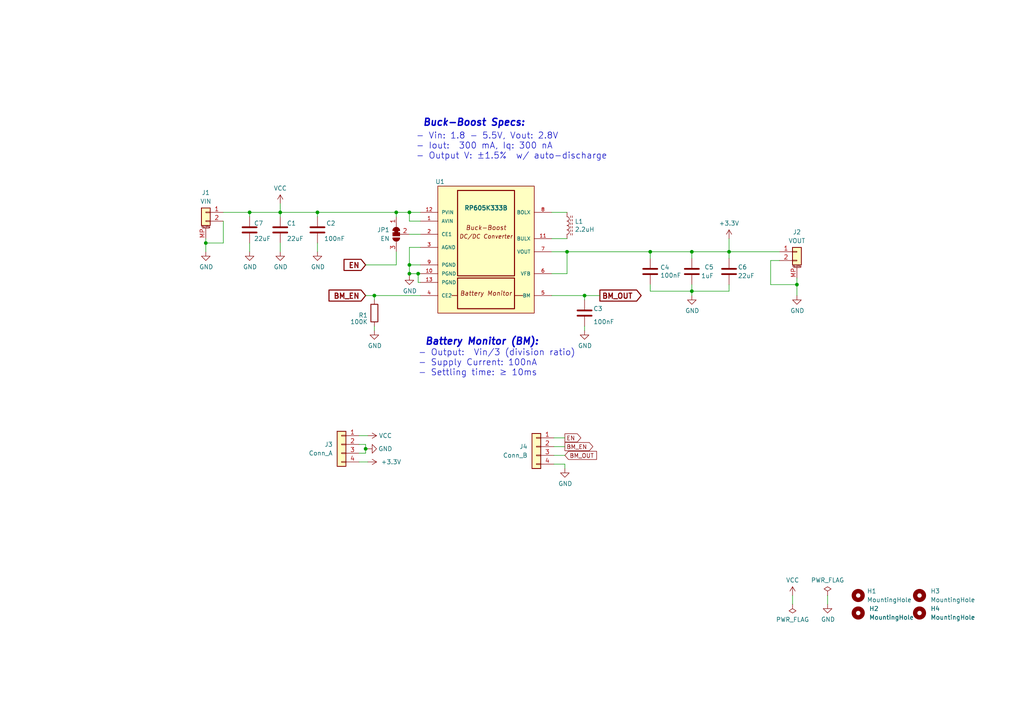
<source format=kicad_sch>
(kicad_sch (version 20231120) (generator "eeschema") (generator_version "8.0")
  (paper "A4")
  (title_block (title "olmBoard RP605K Buck-Boost Converter") (date "2023-11-01") (rev "A") (company "Makertronika Labs") (comment 1 "Design by: Orkhan Amiraslan"))
  (lib_symbols
    (symbol "Connector_Generic:Conn_01x04" (pin_names (offset 1.016) hide)
      (property "Reference" "J" (at 0 5.08 0))
      (property "Value" "Conn_01x04" (at 0 -7.62 0))
      (symbol "Conn_01x04_1_1"
        (rectangle (start -1.27 -4.953) (end 0 -5.207) (stroke (width 0.1524)))
        (rectangle (start -1.27 -2.413) (end 0 -2.667) (stroke (width 0.1524)))
        (rectangle (start -1.27 0.127) (end 0 -0.127) (stroke (width 0.1524)))
        (rectangle (start -1.27 2.667) (end 0 2.413) (stroke (width 0.1524)))
        (rectangle (start -1.27 3.81) (end 1.27 -6.35) (stroke (width 0.254)) (fill (type background)))
        (pin passive line (at -5.08 2.54 0) (length 3.81) (name "Pin_1") (number "1"))
        (pin passive line (at -5.08 0 0) (length 3.81) (name "Pin_2") (number "2"))
        (pin passive line (at -5.08 -2.54 0) (length 3.81) (name "Pin_3") (number "3"))
        (pin passive line (at -5.08 -5.08 0) (length 3.81) (name "Pin_4") (number "4"))
      )
    )
    (symbol "Connector_Generic_MountingPin:Conn_01x02_MountingPin" (pin_names (offset 1.016) hide)
      (property "Reference" "J" (at 0 2.54 0))
      (property "Value" "Conn_01x02_MountingPin" (at 1.27 -5.08 0))
      (symbol "Conn_01x02_MountingPin_1_1"
        (rectangle (start -1.27 -2.413) (end 0 -2.667) (stroke (width 0.1524)))
        (rectangle (start -1.27 0.127) (end 0 -0.127) (stroke (width 0.1524)))
        (rectangle (start -1.27 1.27) (end 1.27 -3.81) (stroke (width 0.254)) (fill (type background)))
        (polyline (pts (xy -1.016 -4.572) (xy 1.016 -4.572)) (stroke (width 0.1524)))
        (text "Mounting" (at 0 -4.191 0) (effects (font (size 0.381 0.381))))
        (pin passive line (at -5.08 0 0) (length 3.81) (name "Pin_1") (number "1"))
        (pin passive line (at -5.08 -2.54 0) (length 3.81) (name "Pin_2") (number "2"))
        (pin passive line (at 0 -7.62 90) (length 3.048) (name "MountPin") (number "MP"))
      )
    )
    (symbol "Device:C" (pin_numbers hide) (pin_names (offset 0.254))
      (property "Reference" "C" (at 0.635 2.54 0))
      (property "Value" "C" (at 0.635 -2.54 0))
      (symbol "C_0_1"
        (polyline (pts (xy -2.032 -0.762) (xy 2.032 -0.762)) (stroke (width 0.508)))
        (polyline (pts (xy -2.032 0.762) (xy 2.032 0.762)) (stroke (width 0.508)))
      )
      (symbol "C_1_1"
        (pin passive line (at 0 3.81 270) (length 2.794) (name "~") (number "1"))
        (pin passive line (at 0 -3.81 90) (length 2.794) (name "~") (number "2"))
      )
    )
    (symbol "Device:L_Core_Ferrite" (pin_numbers hide) (pin_names (offset 1.016) hide)
      (property "Reference" "L" (at -1.27 0 90))
      (property "Value" "Device_L_Core_Ferrite" (at 2.794 0 90))
      (symbol "L_Core_Ferrite_0_1"
        (arc (start 0 -2.54) (mid 0.6323 -1.905) (end 0 -1.27))
        (arc (start 0 -1.27) (mid 0.6323 -0.635) (end 0 0))
        (polyline (pts (xy 1.016 -2.794) (xy 1.016 -2.286)))
        (polyline (pts (xy 1.016 -1.778) (xy 1.016 -1.27)))
        (polyline (pts (xy 1.016 -0.762) (xy 1.016 -0.254)))
        (polyline (pts (xy 1.016 0.254) (xy 1.016 0.762)))
        (polyline (pts (xy 1.016 1.27) (xy 1.016 1.778)))
        (polyline (pts (xy 1.016 2.286) (xy 1.016 2.794)))
        (polyline (pts (xy 1.524 -2.286) (xy 1.524 -2.794)))
        (polyline (pts (xy 1.524 -1.27) (xy 1.524 -1.778)))
        (polyline (pts (xy 1.524 -0.254) (xy 1.524 -0.762)))
        (polyline (pts (xy 1.524 0.762) (xy 1.524 0.254)))
        (polyline (pts (xy 1.524 1.778) (xy 1.524 1.27)))
        (polyline (pts (xy 1.524 2.794) (xy 1.524 2.286)))
        (arc (start 0 0) (mid 0.6323 0.635) (end 0 1.27))
        (arc (start 0 1.27) (mid 0.6323 1.905) (end 0 2.54))
      )
      (symbol "L_Core_Ferrite_1_1"
        (pin passive line (at 0 3.81 270) (length 1.27) (name "1") (number "1"))
        (pin passive line (at 0 -3.81 90) (length 1.27) (name "2") (number "2"))
      )
    )
    (symbol "Device:R" (pin_numbers hide) (pin_names (offset 0))
      (property "Reference" "R" (at 2.032 0 90))
      (property "Value" "R" (at 0 0 90))
      (symbol "R_0_1"
        (rectangle (start -1.016 -2.54) (end 1.016 2.54) (stroke (width 0.254)))
      )
      (symbol "R_1_1"
        (pin passive line (at 0 3.81 270) (length 1.27) (name "~") (number "1"))
        (pin passive line (at 0 -3.81 90) (length 1.27) (name "~") (number "2"))
      )
    )
    (symbol "Jumper:SolderJumper_3_Bridged12" (pin_names (offset 0) hide)
      (property "Reference" "JP" (at -2.54 -2.54 0))
      (property "Value" "SolderJumper_3_Bridged12" (at 0 2.794 0))
      (symbol "SolderJumper_3_Bridged12_0_1"
        (rectangle (start -1.016 0.508) (end -0.508 -0.508) (fill (type outline)))
        (arc (start -1.016 1.016) (mid -2.0276 0) (end -1.016 -1.016))
        (arc (start -1.016 1.016) (mid -2.0276 0) (end -1.016 -1.016) (fill (type outline)))
        (rectangle (start -0.508 1.016) (end 0.508 -1.016) (fill (type outline)))
        (polyline (pts (xy -2.54 0) (xy -2.032 0)))
        (polyline (pts (xy -1.016 1.016) (xy -1.016 -1.016)))
        (polyline (pts (xy 0 -1.27) (xy 0 -1.016)))
        (polyline (pts (xy 1.016 1.016) (xy 1.016 -1.016)))
        (polyline (pts (xy 2.54 0) (xy 2.032 0)))
        (arc (start 1.016 -1.016) (mid 2.0276 0) (end 1.016 1.016))
        (arc (start 1.016 -1.016) (mid 2.0276 0) (end 1.016 1.016) (fill (type outline)))
      )
      (symbol "SolderJumper_3_Bridged12_1_1"
        (pin passive line (at -5.08 0 0) (length 2.54) (name "A") (number "1"))
        (pin passive line (at 0 -3.81 90) (length 2.54) (name "C") (number "2"))
        (pin passive line (at 5.08 0 180) (length 2.54) (name "B") (number "3"))
      )
    )
    (symbol "Mechanical:MountingHole" (pin_names (offset 1.016))
      (property "Reference" "H" (at 0 5.08 0))
      (property "Value" "MountingHole" (at 0 3.175 0))
      (symbol "MountingHole_0_1"
        (circle (center 0 0) (radius 1.27) (stroke (width 1.27)))
      )
    )
    (symbol "node-lib-v1:RP605Kx" (pin_names (offset 1.016))
      (property "Reference" "U" (at 0 3.81 0))
      (property "Value" "RP605Kx" (at 10.16 3.81 0))
      (symbol "RP605Kx_0_0"
        (polyline (pts (xy 4.064 -29.21) (xy 5.588 -29.21)) (stroke (width 0.2032)))
        (polyline (pts (xy 24.638 -29.21) (xy 22.352 -29.21)) (stroke (width 0.2032)))
        (text "Battery Monitor" (at 13.97 -28.575 0) (effects (font (size 1.2954 1.2954) (italic yes))))
        (text "Buck-Boost" (at 13.97 -9.525 0) (effects (font (size 1.2954 1.2954) (italic yes))))
        (text "DC/DC Converter" (at 13.97 -12.065 0) (effects (font (size 1.1938 1.1938) (italic yes))))
        (pin power_in line (at -5.08 -7.62 0) (length 5.08) (name "AVIN") (number "1"))
        (pin passive line (at -5.08 -22.86 0) (length 5.08) (name "PGND") (number "10"))
        (pin bidirectional line (at 33.02 -12.7 180) (length 5.08) (name "BULX") (number "11"))
        (pin power_in line (at -5.08 -5.08 0) (length 5.08) (name "PVIN") (number "12"))
        (pin passive line (at -5.08 -25.4 0) (length 5.08) (name "PGND") (number "13"))
        (pin input line (at -5.08 -11.43 0) (length 5.08) (name "CE1") (number "2"))
        (pin passive line (at -5.08 -15.24 0) (length 5.08) (name "AGND") (number "3"))
        (pin input line (at -5.08 -29.21 0) (length 5.08) (name "CE2") (number "4"))
        (pin output line (at 33.02 -29.21 180) (length 5.08) (name "BM") (number "5"))
        (pin input line (at 33.02 -22.86 180) (length 5.08) (name "VFB") (number "6"))
        (pin power_out line (at 33.02 -16.51 180) (length 5.08) (name "VOUT") (number "7"))
        (pin bidirectional line (at 33.02 -5.08 180) (length 5.08) (name "BOLX") (number "8"))
        (pin passive line (at -5.08 -20.32 0) (length 5.08) (name "PGND") (number "9"))
      )
      (symbol "RP605Kx_0_1"
        (rectangle (start 0 2.54) (end 27.94 -34.29) (stroke (width 0.2032)) (fill (type background)))
        (rectangle (start 5.715 -24.13) (end 22.225 -33.02) (stroke (width 0.3048)))
        (rectangle (start 5.715 1.27) (end 22.225 -23.495) (stroke (width 0.3048)))
      )
    )
    (symbol "power:+3.3V" (power) (pin_names (offset 0))
      (property "Value" "+3.3V" (at 0 3.556 0))
      (symbol "+3.3V_0_1"
        (polyline (pts (xy -0.762 1.27) (xy 0 2.54)))
        (polyline (pts (xy 0 0) (xy 0 2.54)))
        (polyline (pts (xy 0 2.54) (xy 0.762 1.27)))
      )
      (symbol "+3.3V_1_1"
        (pin power_in line (at 0 0 90) (length 0) hide (name "+3.3V") (number "1"))
      )
    )
    (symbol "power:GND" (power) (pin_names (offset 0))
      (property "Value" "GND" (at 0 -3.81 0))
      (symbol "GND_0_1"
        (polyline (pts (xy 0 0) (xy 0 -1.27) (xy 1.27 -1.27) (xy 0 -2.54) (xy -1.27 -1.27) (xy 0 -1.27)))
      )
      (symbol "GND_1_1"
        (pin power_in line (at 0 0 270) (length 0) hide (name "GND") (number "1"))
      )
    )
    (symbol "power:PWR_FLAG" (power) (pin_numbers hide) (pin_names (offset 0) hide)
      (property "Value" "PWR_FLAG" (at 0 3.81 0))
      (symbol "PWR_FLAG_0_0"
        (pin power_out line (at 0 0 90) (length 0) (name "pwr") (number "1"))
      )
      (symbol "PWR_FLAG_0_1"
        (polyline (pts (xy 0 0) (xy 0 1.27) (xy -1.016 1.905) (xy 0 2.54) (xy 1.016 1.905) (xy 0 1.27)))
      )
    )
    (symbol "power:VCC" (power) (pin_names (offset 0))
      (property "Value" "VCC" (at 0 3.81 0))
      (symbol "VCC_0_1"
        (polyline (pts (xy -0.762 1.27) (xy 0 2.54)))
        (polyline (pts (xy 0 0) (xy 0 2.54)))
        (polyline (pts (xy 0 2.54) (xy 0.762 1.27)))
      )
      (symbol "VCC_1_1"
        (pin power_in line (at 0 0 90) (length 0) hide (name "VCC") (number "1"))
      )
    )
  )
  (junction (at 118.745 79.375))
  (junction (at 211.455 73.025))
  (junction (at 200.66 73.025))
  (junction (at 188.595 73.025))
  (junction (at 59.69 70.485))
  (junction (at 81.28 61.595))
  (junction (at 106.045 130.175))
  (junction (at 200.66 84.455))
  (junction (at 114.935 61.595))
  (junction (at 164.465 73.025))
  (junction (at 92.075 61.595))
  (junction (at 118.745 76.835))
  (junction (at 231.14 82.55))
  (junction (at 108.585 85.725))
  (junction (at 118.745 61.595))
  (junction (at 72.39 61.595))
  (junction (at 121.285 79.375))
  (junction (at 169.545 85.725))
  (wire (pts (xy 92.075 70.485) (xy 92.075 73.025)))
  (wire (pts (xy 160.02 79.375) (xy 164.465 79.375)))
  (wire (pts (xy 163.83 134.62) (xy 163.83 135.89)))
  (wire (pts (xy 200.66 84.455) (xy 200.66 85.725)))
  (wire (pts (xy 160.02 69.215) (xy 164.465 69.215)))
  (wire (pts (xy 108.585 94.615) (xy 108.585 95.885)))
  (wire (pts (xy 64.77 64.135) (xy 64.77 70.485)))
  (wire (pts (xy 108.585 86.995) (xy 108.585 85.725)))
  (wire (pts (xy 231.14 82.55) (xy 231.14 85.725)))
  (wire (pts (xy 169.545 85.725) (xy 160.02 85.725)))
  (wire (pts (xy 118.745 71.755) (xy 118.745 76.835)))
  (wire (pts (xy 64.77 61.595) (xy 72.39 61.595)))
  (wire (pts (xy 188.595 73.025) (xy 200.66 73.025)))
  (wire (pts (xy 106.045 131.445) (xy 106.045 130.175)))
  (wire (pts (xy 188.595 84.455) (xy 200.66 84.455)))
  (wire (pts (xy 200.66 74.93) (xy 200.66 73.025)))
  (wire (pts (xy 64.77 70.485) (xy 59.69 70.485)))
  (wire (pts (xy 226.06 75.565) (xy 223.52 75.565)))
  (wire (pts (xy 72.39 70.485) (xy 72.39 73.025)))
  (wire (pts (xy 106.045 85.725) (xy 108.585 85.725)))
  (wire (pts (xy 104.14 133.985) (xy 106.68 133.985)))
  (wire (pts (xy 223.52 75.565) (xy 223.52 82.55)))
  (wire (pts (xy 81.28 70.485) (xy 81.28 73.025)))
  (wire (pts (xy 164.465 73.025) (xy 164.465 79.375)))
  (wire (pts (xy 108.585 85.725) (xy 121.92 85.725)))
  (wire (pts (xy 114.935 61.595) (xy 114.935 62.865)))
  (wire (pts (xy 121.92 81.915) (xy 121.285 81.915)))
  (wire (pts (xy 160.655 134.62) (xy 163.83 134.62)))
  (wire (pts (xy 118.745 64.135) (xy 118.745 61.595)))
  (wire (pts (xy 106.045 130.175) (xy 106.68 130.175)))
  (wire (pts (xy 223.52 82.55) (xy 231.14 82.55)))
  (wire (pts (xy 121.92 79.375) (xy 121.285 79.375)))
  (wire (pts (xy 72.39 62.865) (xy 72.39 61.595)))
  (wire (pts (xy 211.455 84.455) (xy 200.66 84.455)))
  (wire (pts (xy 160.02 61.595) (xy 164.465 61.595)))
  (wire (pts (xy 169.545 85.725) (xy 173.99 85.725)))
  (wire (pts (xy 81.28 61.595) (xy 92.075 61.595)))
  (wire (pts (xy 104.14 128.905) (xy 106.045 128.905)))
  (wire (pts (xy 72.39 61.595) (xy 81.28 61.595)))
  (wire (pts (xy 104.14 131.445) (xy 106.045 131.445)))
  (wire (pts (xy 121.92 61.595) (xy 118.745 61.595)))
  (wire (pts (xy 211.455 82.55) (xy 211.455 84.455)))
  (wire (pts (xy 114.935 61.595) (xy 118.745 61.595)))
  (wire (pts (xy 118.745 76.835) (xy 118.745 79.375)))
  (wire (pts (xy 188.595 82.55) (xy 188.595 84.455)))
  (wire (pts (xy 106.68 126.365) (xy 104.14 126.365)))
  (wire (pts (xy 121.92 76.835) (xy 118.745 76.835)))
  (wire (pts (xy 118.745 80.01) (xy 118.745 79.375)))
  (wire (pts (xy 92.075 62.865) (xy 92.075 61.595)))
  (wire (pts (xy 169.545 94.615) (xy 169.545 95.885)))
  (wire (pts (xy 160.655 132.08) (xy 163.83 132.08)))
  (wire (pts (xy 121.285 81.915) (xy 121.285 79.375)))
  (wire (pts (xy 81.28 59.055) (xy 81.28 61.595)))
  (wire (pts (xy 106.045 76.835) (xy 114.935 76.835)))
  (wire (pts (xy 200.66 73.025) (xy 211.455 73.025)))
  (wire (pts (xy 200.66 82.55) (xy 200.66 84.455)))
  (wire (pts (xy 211.455 73.025) (xy 226.06 73.025)))
  (wire (pts (xy 169.545 86.995) (xy 169.545 85.725)))
  (wire (pts (xy 229.87 172.72) (xy 229.87 175.26)))
  (wire (pts (xy 211.455 74.93) (xy 211.455 73.025)))
  (wire (pts (xy 121.285 79.375) (xy 118.745 79.375)))
  (wire (pts (xy 231.14 80.645) (xy 231.14 82.55)))
  (wire (pts (xy 114.935 73.025) (xy 114.935 76.835)))
  (wire (pts (xy 188.595 74.93) (xy 188.595 73.025)))
  (wire (pts (xy 164.465 73.025) (xy 188.595 73.025)))
  (wire (pts (xy 160.02 73.025) (xy 164.465 73.025)))
  (wire (pts (xy 211.455 69.215) (xy 211.455 73.025)))
  (wire (pts (xy 59.69 69.215) (xy 59.69 70.485)))
  (wire (pts (xy 59.69 70.485) (xy 59.69 73.025)))
  (wire (pts (xy 121.92 71.755) (xy 118.745 71.755)))
  (wire (pts (xy 106.045 128.905) (xy 106.045 130.175)))
  (wire (pts (xy 160.655 127) (xy 163.83 127)))
  (wire (pts (xy 240.03 172.72) (xy 240.03 175.26)))
  (wire (pts (xy 92.075 61.595) (xy 114.935 61.595)))
  (wire (pts (xy 121.92 64.135) (xy 118.745 64.135)))
  (wire (pts (xy 81.28 62.865) (xy 81.28 61.595)))
  (wire (pts (xy 118.745 67.945) (xy 121.92 67.945)))
  (wire (pts (xy 160.655 129.54) (xy 163.83 129.54)))
  (text "- Output:  Vin/3 (division ratio)\n- Supply Current: 100nA\n- Settling time: ≥ 10ms" (at 121.285 109.22 0) (effects (font (size 1.8034 1.8034)) (justify left bottom)))
  (text "Buck-Boost Specs:" (at 122.555 36.83 0) (effects (font (size 2.0066 2.0066) (thickness 0.4013) (bold yes) (italic yes)) (justify left bottom)))
  (text "Battery Monitor (BM):" (at 123.19 100.33 0) (effects (font (size 2.0066 2.0066) (thickness 0.4013) (bold yes) (italic yes)) (justify left bottom)))
  (text "- Vin: 1.8 - 5.5V, Vout: 2.8V\n- Iout:  300 mA, Iq: 300 nA\n- Output V: ±1.5%  w/ auto-discharge" (at 120.65 46.355 0) (effects (font (size 1.8034 1.8034)) (justify left bottom)))
  (global_label "BM_EN" (shape input) (at 106.045 85.725 180) (effects (font (size 1.5 1.5) (thickness 0.3) (bold yes))) (property "Intersheetrefs" "${INTERSHEET_REFS}" (effects (hide yes))))
  (global_label "EN" (shape output) (at 163.83 127 0) (effects (font (size 1.2 1.2))) (property "Intersheetrefs" "${INTERSHEET_REFS}" (effects (hide yes))))
  (global_label "BM_OUT" (shape input) (at 163.83 132.08 0) (effects (font (size 1.2 1.2))) (property "Intersheetrefs" "${INTERSHEET_REFS}" (effects (hide yes))))
  (global_label "BM_OUT" (shape output) (at 173.99 85.725 0) (effects (font (size 1.5 1.5) (thickness 0.3) (bold yes))) (property "Intersheetrefs" "${INTERSHEET_REFS}" (effects (hide yes))))
  (global_label "BM_EN" (shape output) (at 163.83 129.54 0) (effects (font (size 1.2 1.2))) (property "Intersheetrefs" "${INTERSHEET_REFS}" (effects (hide yes))))
  (global_label "EN" (shape input) (at 106.045 76.835 180) (effects (font (size 1.5 1.5) (thickness 0.3) (bold yes))) (property "Intersheetrefs" "${INTERSHEET_REFS}" (effects (hide yes))))
  (symbol (lib_id "node-lib-v1:RP605Kx") (at 127 56.515 0) (unit 1)
    (property "Reference" "U1" (at 127.635 52.705 0))
    (property "Value" "RP605K333B" (at 140.97 60.325 0) (effects (font (bold yes))))
    (property "Footprint" "node-lib:DFN-12-1EP_2.7x3mm_P0.5mm_EP1.7x2.7mm" (effects (hide yes)))
    (property "MPN" "RP605K333B" (effects (hide yes)))
  )
  (symbol (lib_id "Mechanical:MountingHole") (at 248.92 172.72 0) (unit 1)
    (property "Reference" "H1" (at 251.46 171.45 0) (effects (justify left)))
    (property "Value" "MountingHole" (at 251.46 173.99 0) (effects (justify left)))
    (property "Footprint" "MountingHole:MountingHole_2.2mm_M2_ISO7380_Pad_TopOnly" (effects (hide yes)))
    (property "LCSC" "-" (effects (hide yes)))
    (property "MPN" "-" (effects (hide yes)))
  )
  (symbol (lib_id "Connector_Generic_MountingPin:Conn_01x02_MountingPin") (at 231.14 73.025 0) (unit 1)
    (property "Reference" "J2" (at 231.14 67.31 0))
    (property "Value" "VOUT" (at 231.14 69.85 0))
    (property "Footprint" "Connector_JST:JST_PH_S2B-PH-SM4-TB_1x02-1MP_P2.00mm_Horizontal" (effects (hide yes)))
    (property "LCSC" "C295747" (effects (hide yes)))
    (property "MPN" "S2B-PH-SM4-TB(LF)(SN)" (effects (hide yes)))
  )
  (symbol (lib_id "power:+3.3V") (at 106.68 133.985 270) (unit 1)
    (property "Reference" "#PWR016" (effects (hide yes)))
    (property "Value" "+3.3V" (at 110.49 133.985 90) (effects (justify left)))
  )
  (symbol (lib_id "Device:C") (at 200.66 78.74 0) (mirror y) (unit 1)
    (property "Reference" "C5" (at 207.01 77.47 0) (effects (justify left)))
    (property "Value" "1uF" (at 207.01 80.01 0) (effects (justify left)))
    (property "Footprint" "Capacitor_SMD:C_0805_2012Metric" (effects (hide yes)))
    (property "MPN" "CL21B105KBFNNNE" (effects (hide yes)))
    (property "LCSC" "C28323" (effects (hide yes)))
  )
  (symbol (lib_id "power:GND") (at 118.745 80.01 0) (unit 1)
    (property "Reference" "#PWR06" (effects (hide yes)))
    (property "Value" "GND" (at 118.872 84.4042 0))
  )
  (symbol (lib_id "power:PWR_FLAG") (at 229.87 175.26 180) (unit 1)
    (property "Reference" "#FLG02" (effects (hide yes)))
    (property "Value" "PWR_FLAG" (at 229.87 179.705 0))
  )
  (symbol (lib_id "Mechanical:MountingHole") (at 266.7 177.8 0) (unit 1)
    (property "Reference" "H4" (at 269.875 176.53 0) (effects (justify left)))
    (property "Value" "MountingHole" (at 269.875 179.07 0) (effects (justify left)))
    (property "Footprint" "MountingHole:MountingHole_2.2mm_M2_ISO7380_Pad_TopOnly" (effects (hide yes)))
    (property "LCSC" "-" (effects (hide yes)))
    (property "MPN" "-" (effects (hide yes)))
  )
  (symbol (lib_id "Device:L_Core_Ferrite") (at 164.465 65.405 0) (unit 1)
    (property "Reference" "L1" (at 166.7002 64.2366 0) (effects (justify left)))
    (property "Value" "2.2uH" (at 166.7002 66.548 0) (effects (justify left)))
    (property "Footprint" "Inductor_SMD:L_1008_2520Metric" (effects (hide yes)))
    (property "MPN" "MLP2520S2R2ST0S1" (effects (hide yes)))
    (property "LCSC" "C1330943" (effects (hide yes)))
  )
  (symbol (lib_id "power:VCC") (at 106.68 126.365 270) (unit 1)
    (property "Reference" "#PWR013" (effects (hide yes)))
    (property "Value" "VCC" (at 109.855 126.365 90) (effects (justify left)))
  )
  (symbol (lib_id "Connector_Generic_MountingPin:Conn_01x02_MountingPin") (at 59.69 61.595 0) (mirror y) (unit 1)
    (property "Reference" "J1" (at 59.69 55.88 0))
    (property "Value" "VIN" (at 59.69 58.42 0))
    (property "Footprint" "Connector_JST:JST_PH_S2B-PH-SM4-TB_1x02-1MP_P2.00mm_Horizontal" (effects (hide yes)))
    (property "LCSC" "C295747" (effects (hide yes)))
    (property "MPN" "S2B-PH-SM4-TB(LF)(SN)" (effects (hide yes)))
  )
  (symbol (lib_id "Connector_Generic:Conn_01x04") (at 155.575 129.54 0) (mirror y) (unit 1)
    (property "Reference" "J4" (at 153.035 129.54 0) (effects (justify left)))
    (property "Value" "Conn_B" (at 153.035 132.08 0) (effects (justify left)))
    (property "Footprint" "Connector_PinHeader_2.54mm:PinHeader_1x04_P2.54mm_Vertical" (effects (hide yes)))
    (property "LCSC" "-" (effects (hide yes)))
    (property "MPN" "-" (effects (hide yes)))
  )
  (symbol (lib_id "power:GND") (at 92.075 73.025 0) (unit 1)
    (property "Reference" "#PWR04" (effects (hide yes)))
    (property "Value" "GND" (at 92.202 77.4192 0))
  )
  (symbol (lib_id "Device:C") (at 92.075 66.675 0) (unit 1)
    (property "Reference" "C2" (at 94.615 64.77 0) (effects (justify left)))
    (property "Value" "100nF" (at 93.98 69.215 0) (effects (justify left)))
    (property "Footprint" "Capacitor_SMD:C_0603_1608Metric" (effects (hide yes)))
    (property "MPN" "CC0603KRX7R9BB104" (effects (hide yes)))
    (property "LCSC" "C14663" (effects (hide yes)))
  )
  (symbol (lib_id "Device:C") (at 72.39 66.675 180) (unit 1)
    (property "Reference" "C7" (at 73.66 64.77 0) (effects (justify right)))
    (property "Value" "22uF" (at 73.66 69.215 0) (effects (justify right)))
    (property "Footprint" "Capacitor_SMD:C_0805_2012Metric" (effects (hide yes)))
    (property "MPN" "CL21A226MAQNNNE" (effects (hide yes)))
    (property "LCSC" "C45783" (effects (hide yes)))
  )
  (symbol (lib_id "power:GND") (at 240.03 175.26 0) (unit 1)
    (property "Reference" "#PWR012" (effects (hide yes)))
    (property "Value" "GND" (at 240.157 179.6542 0))
  )
  (symbol (lib_id "power:VCC") (at 81.28 59.055 0) (unit 1)
    (property "Reference" "#PWR02" (effects (hide yes)))
    (property "Value" "VCC" (at 81.28 54.61 0))
  )
  (symbol (lib_id "power:GND") (at 108.585 95.885 0) (unit 1)
    (property "Reference" "#PWR05" (effects (hide yes)))
    (property "Value" "GND" (at 108.712 100.2792 0))
  )
  (symbol (lib_id "power:VCC") (at 229.87 172.72 0) (unit 1)
    (property "Reference" "#PWR011" (effects (hide yes)))
    (property "Value" "VCC" (at 229.87 168.275 0))
  )
  (symbol (lib_id "Jumper:SolderJumper_3_Bridged12") (at 114.935 67.945 90) (mirror x) (unit 1)
    (property "Reference" "JP1" (at 113.03 66.675 90) (effects (justify left)))
    (property "Value" "EN" (at 113.03 69.215 90) (effects (justify left)))
    (property "Footprint" "Jumper:SolderJumper-3_P1.3mm_Bridged12_Pad1.0x1.5mm_NumberLabels" (effects (hide yes)))
    (property "LCSC" "-" (effects (hide yes)))
    (property "MPN" "-" (effects (hide yes)))
  )
  (symbol (lib_id "power:PWR_FLAG") (at 240.03 172.72 0) (unit 1)
    (property "Reference" "#FLG01" (effects (hide yes)))
    (property "Value" "PWR_FLAG" (at 240.03 168.275 0))
  )
  (symbol (lib_id "power:GND") (at 231.14 85.725 0) (unit 1)
    (property "Reference" "#PWR010" (effects (hide yes)))
    (property "Value" "GND" (at 231.267 90.1192 0))
  )
  (symbol (lib_id "power:GND") (at 72.39 73.025 0) (unit 1)
    (property "Reference" "#PWR017" (effects (hide yes)))
    (property "Value" "GND" (at 72.517 77.4192 0))
  )
  (symbol (lib_id "power:+3.3V") (at 211.455 69.215 0) (unit 1)
    (property "Reference" "#PWR09" (effects (hide yes)))
    (property "Value" "+3.3V" (at 211.455 64.77 0))
  )
  (symbol (lib_id "Device:C") (at 211.455 78.74 180) (unit 1)
    (property "Reference" "C6" (at 213.995 77.47 0) (effects (justify right)))
    (property "Value" "22uF" (at 213.995 80.01 0) (effects (justify right)))
    (property "Footprint" "Capacitor_SMD:C_0805_2012Metric" (effects (hide yes)))
    (property "MPN" "CL21A226MAQNNNE" (effects (hide yes)))
    (property "LCSC" "C45783" (effects (hide yes)))
  )
  (symbol (lib_id "Device:C") (at 169.545 90.805 0) (unit 1)
    (property "Reference" "C3" (at 172.085 89.535 0) (effects (justify left)))
    (property "Value" "100nF" (at 172.085 93.345 0) (effects (justify left)))
    (property "Footprint" "Capacitor_SMD:C_0603_1608Metric" (effects (hide yes)))
    (property "MPN" "CC0603KRX7R9BB104" (effects (hide yes)))
    (property "LCSC" "C14663" (effects (hide yes)))
  )
  (symbol (lib_id "power:GND") (at 200.66 85.725 0) (unit 1)
    (property "Reference" "#PWR08" (effects (hide yes)))
    (property "Value" "GND" (at 200.787 90.1192 0))
  )
  (symbol (lib_id "Mechanical:MountingHole") (at 248.92 177.8 0) (unit 1)
    (property "Reference" "H2" (at 252.095 176.53 0) (effects (justify left)))
    (property "Value" "MountingHole" (at 252.095 179.07 0) (effects (justify left)))
    (property "Footprint" "MountingHole:MountingHole_2.2mm_M2_ISO7380_Pad_TopOnly" (effects (hide yes)))
    (property "LCSC" "-" (effects (hide yes)))
    (property "MPN" "-" (effects (hide yes)))
  )
  (symbol (lib_id "power:GND") (at 163.83 135.89 0) (unit 1)
    (property "Reference" "#PWR014" (effects (hide yes)))
    (property "Value" "GND" (at 163.957 140.2842 0))
  )
  (symbol (lib_id "Device:C") (at 81.28 66.675 180) (unit 1)
    (property "Reference" "C1" (at 83.185 64.77 0) (effects (justify right)))
    (property "Value" "22uF" (at 83.185 69.215 0) (effects (justify right)))
    (property "Footprint" "Capacitor_SMD:C_0805_2012Metric" (effects (hide yes)))
    (property "MPN" "CL21A226MAQNNNE" (effects (hide yes)))
    (property "LCSC" "C45783" (effects (hide yes)))
  )
  (symbol (lib_id "power:GND") (at 106.68 130.175 90) (unit 1)
    (property "Reference" "#PWR015" (effects (hide yes)))
    (property "Value" "GND" (at 111.76 130.175 90))
  )
  (symbol (lib_id "power:GND") (at 169.545 95.885 0) (unit 1)
    (property "Reference" "#PWR07" (effects (hide yes)))
    (property "Value" "GND" (at 169.672 100.2792 0))
  )
  (symbol (lib_id "power:GND") (at 59.69 73.025 0) (unit 1)
    (property "Reference" "#PWR01" (effects (hide yes)))
    (property "Value" "GND" (at 59.817 77.4192 0))
  )
  (symbol (lib_id "Connector_Generic:Conn_01x04") (at 99.06 128.905 0) (mirror y) (unit 1)
    (property "Reference" "J3" (at 96.52 128.905 0) (effects (justify left)))
    (property "Value" "Conn_A" (at 96.52 131.445 0) (effects (justify left)))
    (property "Footprint" "Connector_PinHeader_2.54mm:PinHeader_1x04_P2.54mm_Vertical" (effects (hide yes)))
    (property "LCSC" "-" (effects (hide yes)))
    (property "MPN" "-" (effects (hide yes)))
  )
  (symbol (lib_id "power:GND") (at 81.28 73.025 0) (unit 1)
    (property "Reference" "#PWR03" (effects (hide yes)))
    (property "Value" "GND" (at 81.407 77.4192 0))
  )
  (symbol (lib_id "Device:C") (at 188.595 78.74 180) (unit 1)
    (property "Reference" "C4" (at 191.4906 77.5716 0) (effects (justify right)))
    (property "Value" "100nF" (at 191.4906 79.883 0) (effects (justify right)))
    (property "Footprint" "Capacitor_SMD:C_0603_1608Metric" (effects (hide yes)))
    (property "MPN" "CC0603KRX7R9BB104" (effects (hide yes)))
    (property "LCSC" "C14663" (effects (hide yes)))
  )
  (symbol (lib_id "Mechanical:MountingHole") (at 266.7 172.72 0) (unit 1)
    (property "Reference" "H3" (at 269.875 171.45 0) (effects (justify left)))
    (property "Value" "MountingHole" (at 269.875 173.99 0) (effects (justify left)))
    (property "Footprint" "MountingHole:MountingHole_2.2mm_M2_ISO7380_Pad_TopOnly" (effects (hide yes)))
    (property "LCSC" "-" (effects (hide yes)))
    (property "MPN" "-" (effects (hide yes)))
  )
  (symbol (lib_id "Device:R") (at 108.585 90.805 180) (unit 1)
    (property "Reference" "R1" (at 106.68 91.44 0) (effects (justify left)))
    (property "Value" "100K" (at 106.68 93.345 0) (effects (justify left)))
    (property "Footprint" "Resistor_SMD:R_0603_1608Metric" (effects (hide yes)))
    (property "MPN" "0603WAF1003T5E" (effects (hide yes)))
    (property "LCSC" "C25803" (effects (hide yes)))
  )
)
</source>
